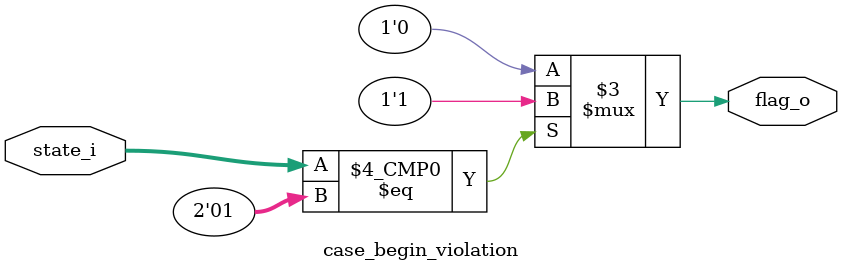
<source format=sv>
module case_begin_violation (
  input logic [1:0] state_i,
  output logic flag_o
);

always_comb begin
  unique case (state_i)
    2'd0: flag_o = 1'b0;
    2'd1:
      flag_o = 1'b1;
    default:
      flag_o = 1'b0;
  endcase
end

endmodule

</source>
